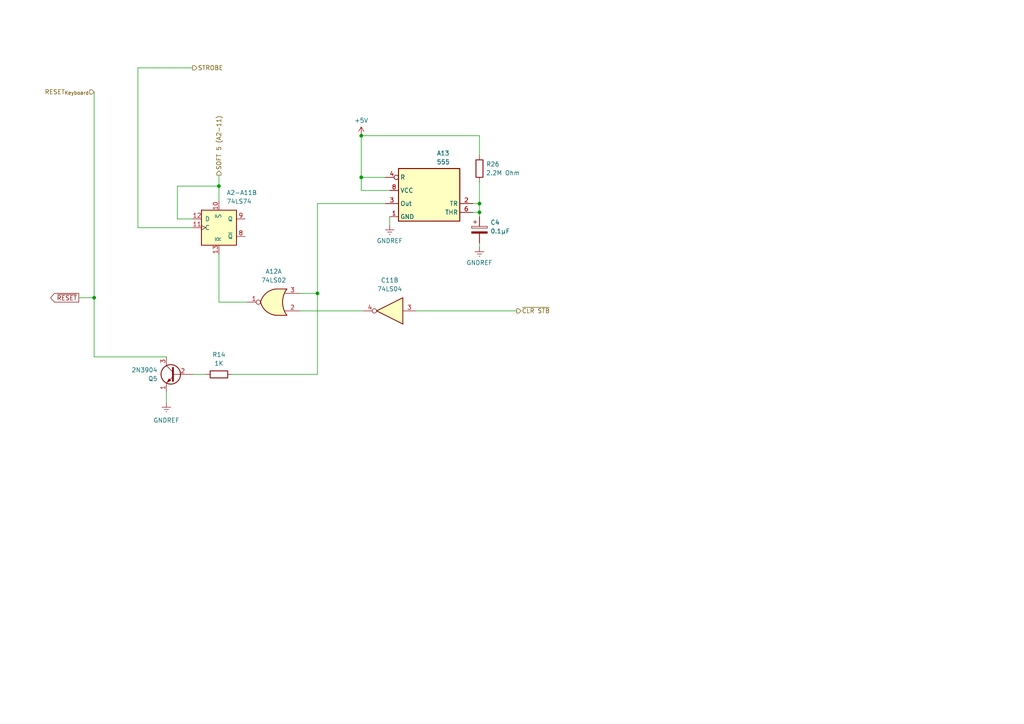
<source format=kicad_sch>
(kicad_sch (version 20230121) (generator eeschema)
  (paper "A4")
  (title_block (title "Reset Circuit"))
  (lib_symbols
    (symbol "74xx:74LS02" (pin_names (offset 1.016))
      (property "Reference" "U" (at 0 1.27 0))
      (property "Value" "74LS02" (at 0 -1.27 0))
      (symbol "74LS02_1_1"
        (arc (start -3.81 -3.81) (mid -2.589 0) (end -3.81 3.81) (stroke (width 0.254)))
        (arc (start -0.6096 -3.81) (mid 2.1842 -2.5851) (end 3.81 0) (stroke (width 0.254)) (fill (type background)))
        (polyline (pts (xy -3.81 -3.81) (xy -0.635 -3.81)) (stroke (width 0.254)) (fill (type background)))
        (polyline (pts (xy -3.81 3.81) (xy -0.635 3.81)) (stroke (width 0.254)) (fill (type background)))
        (polyline (pts (xy -0.635 3.81) (xy -3.81 3.81) (xy -3.81 3.81) (xy -3.556 3.4036) (xy -3.0226 2.2606) (xy -2.6924 1.0414) (xy -2.6162 -0.254) (xy -2.7686 -1.4986) (xy -3.175 -2.7178) (xy -3.81 -3.81) (xy -3.81 -3.81) (xy -0.635 -3.81)) (stroke (width -25.4)) (fill (type background)))
        (arc (start 3.81 0) (mid 2.1915 2.5936) (end -0.6096 3.81) (stroke (width 0.254)) (fill (type background)))
        (pin output inverted (at 7.62 0 180) (length 3.81) (name "~") (number "1"))
        (pin input line (at -7.62 2.54 0) (length 4.318) (name "~") (number "2"))
        (pin input line (at -7.62 -2.54 0) (length 4.318) (name "~") (number "3"))
      )
      (symbol "74LS02_1_2"
        (arc (start 0 -3.81) (mid 3.7934 0) (end 0 3.81) (stroke (width 0.254)) (fill (type background)))
        (polyline (pts (xy 0 3.81) (xy -3.81 3.81) (xy -3.81 -3.81) (xy 0 -3.81)) (stroke (width 0.254)) (fill (type background)))
        (pin output line (at 7.62 0 180) (length 3.81) (name "~") (number "1"))
        (pin input inverted (at -7.62 2.54 0) (length 3.81) (name "~") (number "2"))
        (pin input inverted (at -7.62 -2.54 0) (length 3.81) (name "~") (number "3"))
      )
      (symbol "74LS02_2_1"
        (arc (start -3.81 -3.81) (mid -2.589 0) (end -3.81 3.81) (stroke (width 0.254)))
        (arc (start -0.6096 -3.81) (mid 2.1842 -2.5851) (end 3.81 0) (stroke (width 0.254)) (fill (type background)))
        (polyline (pts (xy -3.81 -3.81) (xy -0.635 -3.81)) (stroke (width 0.254)) (fill (type background)))
        (polyline (pts (xy -3.81 3.81) (xy -0.635 3.81)) (stroke (width 0.254)) (fill (type background)))
        (polyline (pts (xy -0.635 3.81) (xy -3.81 3.81) (xy -3.81 3.81) (xy -3.556 3.4036) (xy -3.0226 2.2606) (xy -2.6924 1.0414) (xy -2.6162 -0.254) (xy -2.7686 -1.4986) (xy -3.175 -2.7178) (xy -3.81 -3.81) (xy -3.81 -3.81) (xy -0.635 -3.81)) (stroke (width -25.4)) (fill (type background)))
        (arc (start 3.81 0) (mid 2.1915 2.5936) (end -0.6096 3.81) (stroke (width 0.254)) (fill (type background)))
        (pin output inverted (at 7.62 0 180) (length 3.81) (name "~") (number "4"))
        (pin input line (at -7.62 2.54 0) (length 4.318) (name "~") (number "5"))
        (pin input line (at -7.62 -2.54 0) (length 4.318) (name "~") (number "6"))
      )
      (symbol "74LS02_2_2"
        (arc (start 0 -3.81) (mid 3.7934 0) (end 0 3.81) (stroke (width 0.254)) (fill (type background)))
        (polyline (pts (xy 0 3.81) (xy -3.81 3.81) (xy -3.81 -3.81) (xy 0 -3.81)) (stroke (width 0.254)) (fill (type background)))
        (pin output line (at 7.62 0 180) (length 3.81) (name "~") (number "4"))
        (pin input inverted (at -7.62 2.54 0) (length 3.81) (name "~") (number "5"))
        (pin input inverted (at -7.62 -2.54 0) (length 3.81) (name "~") (number "6"))
      )
      (symbol "74LS02_3_1"
        (arc (start -3.81 -3.81) (mid -2.589 0) (end -3.81 3.81) (stroke (width 0.254)))
        (arc (start -0.6096 -3.81) (mid 2.1842 -2.5851) (end 3.81 0) (stroke (width 0.254)) (fill (type background)))
        (polyline (pts (xy -3.81 -3.81) (xy -0.635 -3.81)) (stroke (width 0.254)) (fill (type background)))
        (polyline (pts (xy -3.81 3.81) (xy -0.635 3.81)) (stroke (width 0.254)) (fill (type background)))
        (polyline (pts (xy -0.635 3.81) (xy -3.81 3.81) (xy -3.81 3.81) (xy -3.556 3.4036) (xy -3.0226 2.2606) (xy -2.6924 1.0414) (xy -2.6162 -0.254) (xy -2.7686 -1.4986) (xy -3.175 -2.7178) (xy -3.81 -3.81) (xy -3.81 -3.81) (xy -0.635 -3.81)) (stroke (width -25.4)) (fill (type background)))
        (arc (start 3.81 0) (mid 2.1915 2.5936) (end -0.6096 3.81) (stroke (width 0.254)) (fill (type background)))
        (pin output inverted (at 7.62 0 180) (length 3.81) (name "~") (number "10"))
        (pin input line (at -7.62 2.54 0) (length 4.318) (name "~") (number "8"))
        (pin input line (at -7.62 -2.54 0) (length 4.318) (name "~") (number "9"))
      )
      (symbol "74LS02_3_2"
        (arc (start 0 -3.81) (mid 3.7934 0) (end 0 3.81) (stroke (width 0.254)) (fill (type background)))
        (polyline (pts (xy 0 3.81) (xy -3.81 3.81) (xy -3.81 -3.81) (xy 0 -3.81)) (stroke (width 0.254)) (fill (type background)))
        (pin output line (at 7.62 0 180) (length 3.81) (name "~") (number "10"))
        (pin input inverted (at -7.62 2.54 0) (length 3.81) (name "~") (number "8"))
        (pin input inverted (at -7.62 -2.54 0) (length 3.81) (name "~") (number "9"))
      )
      (symbol "74LS02_4_1"
        (arc (start -3.81 -3.81) (mid -2.589 0) (end -3.81 3.81) (stroke (width 0.254)))
        (arc (start -0.6096 -3.81) (mid 2.1842 -2.5851) (end 3.81 0) (stroke (width 0.254)) (fill (type background)))
        (polyline (pts (xy -3.81 -3.81) (xy -0.635 -3.81)) (stroke (width 0.254)) (fill (type background)))
        (polyline (pts (xy -3.81 3.81) (xy -0.635 3.81)) (stroke (width 0.254)) (fill (type background)))
        (polyline (pts (xy -0.635 3.81) (xy -3.81 3.81) (xy -3.81 3.81) (xy -3.556 3.4036) (xy -3.0226 2.2606) (xy -2.6924 1.0414) (xy -2.6162 -0.254) (xy -2.7686 -1.4986) (xy -3.175 -2.7178) (xy -3.81 -3.81) (xy -3.81 -3.81) (xy -0.635 -3.81)) (stroke (width -25.4)) (fill (type background)))
        (arc (start 3.81 0) (mid 2.1915 2.5936) (end -0.6096 3.81) (stroke (width 0.254)) (fill (type background)))
        (pin input line (at -7.62 2.54 0) (length 4.318) (name "~") (number "11"))
        (pin input line (at -7.62 -2.54 0) (length 4.318) (name "~") (number "12"))
        (pin output inverted (at 7.62 0 180) (length 3.81) (name "~") (number "13"))
      )
      (symbol "74LS02_4_2"
        (arc (start 0 -3.81) (mid 3.7934 0) (end 0 3.81) (stroke (width 0.254)) (fill (type background)))
        (polyline (pts (xy 0 3.81) (xy -3.81 3.81) (xy -3.81 -3.81) (xy 0 -3.81)) (stroke (width 0.254)) (fill (type background)))
        (pin input inverted (at -7.62 2.54 0) (length 3.81) (name "~") (number "11"))
        (pin input inverted (at -7.62 -2.54 0) (length 3.81) (name "~") (number "12"))
        (pin output line (at 7.62 0 180) (length 3.81) (name "~") (number "13"))
      )
      (symbol "74LS02_5_0"
        (pin power_in line (at 0 12.7 270) (length 5.08) (name "VCC") (number "14"))
        (pin power_in line (at 0 -12.7 90) (length 5.08) (name "GND") (number "7"))
      )
      (symbol "74LS02_5_1"
        (rectangle (start -5.08 7.62) (end 5.08 -7.62) (stroke (width 0.254)) (fill (type background)))
      )
    )
    (symbol "74xx:74LS04"
      (property "Reference" "U" (at 0 1.27 0))
      (property "Value" "74LS04" (at 0 -1.27 0))
      (symbol "74LS04_1_0"
        (polyline (pts (xy -3.81 3.81) (xy -3.81 -3.81) (xy 3.81 0) (xy -3.81 3.81)) (stroke (width 0.254)) (fill (type background)))
        (pin input line (at -7.62 0 0) (length 3.81) (name "~") (number "1"))
        (pin output inverted (at 7.62 0 180) (length 3.81) (name "~") (number "2"))
      )
      (symbol "74LS04_2_0"
        (polyline (pts (xy -3.81 3.81) (xy -3.81 -3.81) (xy 3.81 0) (xy -3.81 3.81)) (stroke (width 0.254)) (fill (type background)))
        (pin input line (at -7.62 0 0) (length 3.81) (name "~") (number "3"))
        (pin output inverted (at 7.62 0 180) (length 3.81) (name "~") (number "4"))
      )
      (symbol "74LS04_3_0"
        (polyline (pts (xy -3.81 3.81) (xy -3.81 -3.81) (xy 3.81 0) (xy -3.81 3.81)) (stroke (width 0.254)) (fill (type background)))
        (pin input line (at -7.62 0 0) (length 3.81) (name "~") (number "5"))
        (pin output inverted (at 7.62 0 180) (length 3.81) (name "~") (number "6"))
      )
      (symbol "74LS04_4_0"
        (polyline (pts (xy -3.81 3.81) (xy -3.81 -3.81) (xy 3.81 0) (xy -3.81 3.81)) (stroke (width 0.254)) (fill (type background)))
        (pin output inverted (at 7.62 0 180) (length 3.81) (name "~") (number "8"))
        (pin input line (at -7.62 0 0) (length 3.81) (name "~") (number "9"))
      )
      (symbol "74LS04_5_0"
        (polyline (pts (xy -3.81 3.81) (xy -3.81 -3.81) (xy 3.81 0) (xy -3.81 3.81)) (stroke (width 0.254)) (fill (type background)))
        (pin output inverted (at 7.62 0 180) (length 3.81) (name "~") (number "10"))
        (pin input line (at -7.62 0 0) (length 3.81) (name "~") (number "11"))
      )
      (symbol "74LS04_6_0"
        (polyline (pts (xy -3.81 3.81) (xy -3.81 -3.81) (xy 3.81 0) (xy -3.81 3.81)) (stroke (width 0.254)) (fill (type background)))
        (pin output inverted (at 7.62 0 180) (length 3.81) (name "~") (number "12"))
        (pin input line (at -7.62 0 0) (length 3.81) (name "~") (number "13"))
      )
      (symbol "74LS04_7_0"
        (pin power_in line (at 0 12.7 270) (length 5.08) (name "VCC") (number "14"))
        (pin power_in line (at 0 -12.7 90) (length 5.08) (name "GND") (number "7"))
      )
      (symbol "74LS04_7_1"
        (rectangle (start -5.08 7.62) (end 5.08 -7.62) (stroke (width 0.254)) (fill (type background)))
      )
    )
    (symbol "74xx:74LS74" (pin_names (offset 1.016))
      (property "Reference" "U" (at -7.62 8.89 0))
      (property "Value" "74LS74" (at -7.62 -8.89 0))
      (symbol "74LS74_1_0"
        (pin input line (at 0 -7.62 90) (length 2.54) (name "~{R}") (number "1"))
        (pin input line (at -7.62 2.54 0) (length 2.54) (name "D") (number "2"))
        (pin input clock (at -7.62 0 0) (length 2.54) (name "C") (number "3"))
        (pin input line (at 0 7.62 270) (length 2.54) (name "~{S}") (number "4"))
        (pin output line (at 7.62 2.54 180) (length 2.54) (name "Q") (number "5"))
        (pin output line (at 7.62 -2.54 180) (length 2.54) (name "~{Q}") (number "6"))
      )
      (symbol "74LS74_1_1"
        (rectangle (start -5.08 5.08) (end 5.08 -5.08) (stroke (width 0.254)) (fill (type background)))
      )
      (symbol "74LS74_2_0"
        (pin input line (at 0 7.62 270) (length 2.54) (name "~{S}") (number "10"))
        (pin input clock (at -7.62 0 0) (length 2.54) (name "C") (number "11"))
        (pin input line (at -7.62 2.54 0) (length 2.54) (name "D") (number "12"))
        (pin input line (at 0 -7.62 90) (length 2.54) (name "~{R}") (number "13"))
        (pin output line (at 7.62 -2.54 180) (length 2.54) (name "~{Q}") (number "8"))
        (pin output line (at 7.62 2.54 180) (length 2.54) (name "Q") (number "9"))
      )
      (symbol "74LS74_2_1"
        (rectangle (start -5.08 5.08) (end 5.08 -5.08) (stroke (width 0.254)) (fill (type background)))
      )
      (symbol "74LS74_3_0"
        (pin power_in line (at 0 10.16 270) (length 2.54) (name "VCC") (number "14"))
        (pin power_in line (at 0 -10.16 90) (length 2.54) (name "GND") (number "7"))
      )
      (symbol "74LS74_3_1"
        (rectangle (start -5.08 7.62) (end 5.08 -7.62) (stroke (width 0.254)) (fill (type background)))
      )
    )
    (symbol "Device:C_Polarized" (pin_numbers hide) (pin_names (offset 0.254))
      (property "Reference" "C" (at 0.635 2.54 0))
      (property "Value" "C_Polarized" (at 0.635 -2.54 0))
      (symbol "C_Polarized_0_1"
        (rectangle (start -2.286 0.508) (end 2.286 1.016))
        (polyline (pts (xy -1.778 2.286) (xy -0.762 2.286)))
        (polyline (pts (xy -1.27 2.794) (xy -1.27 1.778)))
        (rectangle (start 2.286 -0.508) (end -2.286 -1.016) (fill (type outline)))
      )
      (symbol "C_Polarized_1_1"
        (pin passive line (at 0 3.81 270) (length 2.794) (name "~") (number "1"))
        (pin passive line (at 0 -3.81 90) (length 2.794) (name "~") (number "2"))
      )
    )
    (symbol "Device:R" (pin_numbers hide) (pin_names (offset 0))
      (property "Reference" "R" (at 2.032 0 90))
      (property "Value" "R" (at 0 0 90))
      (symbol "R_0_1"
        (rectangle (start -1.016 -2.54) (end 1.016 2.54) (stroke (width 0.254)))
      )
      (symbol "R_1_1"
        (pin passive line (at 0 3.81 270) (length 1.27) (name "~") (number "1"))
        (pin passive line (at 0 -3.81 90) (length 1.27) (name "~") (number "2"))
      )
    )
    (symbol "Timer:ICM7555xB"
      (property "Reference" "A13" (at 2.1941 12.065 0))
      (property "Value" "555" (at 2.1941 9.525 0))
      (symbol "ICM7555xB_0_0"
        (pin power_in line (at -11.43 -6.35 0) (length 2.54) (name "GND") (number "1"))
        (pin power_in line (at -11.43 1.27 0) (length 2.54) (name "VCC") (number "8"))
      )
      (symbol "ICM7555xB_0_1"
        (rectangle (start -8.89 -7.62) (end 8.89 7.62) (stroke (width 0.254)) (fill (type background)))
        (rectangle (start -8.89 7.62) (end 8.89 -7.62) (stroke (width 0.254)) (fill (type background)))
      )
      (symbol "ICM7555xB_1_1"
        (pin input line (at 12.7 -2.54 180) (length 3.81) (name "TR") (number "2"))
        (pin output line (at -12.7 -2.54 0) (length 3.81) (name "Out") (number "3"))
        (pin input inverted (at -12.7 5.08 0) (length 3.81) (name "R") (number "4"))
        (pin input line (at 12.7 -5.08 180) (length 3.81) (name "THR") (number "6"))
      )
    )
    (symbol "Transistor_BJT:2N3904" (pin_names (offset 0) hide)
      (property "Reference" "Q" (at 5.08 1.905 0))
      (property "Value" "2N3904" (at 5.08 0 0))
      (symbol "2N3904_0_1"
        (polyline (pts (xy 0.635 0.635) (xy 2.54 2.54)))
        (polyline (pts (xy 0.635 -0.635) (xy 2.54 -2.54) (xy 2.54 -2.54)))
        (polyline (pts (xy 0.635 1.905) (xy 0.635 -1.905) (xy 0.635 -1.905)) (stroke (width 0.508)))
        (polyline (pts (xy 1.27 -1.778) (xy 1.778 -1.27) (xy 2.286 -2.286) (xy 1.27 -1.778) (xy 1.27 -1.778)) (fill (type outline)))
        (circle (center 1.27 0) (radius 2.8194) (stroke (width 0.254)))
      )
      (symbol "2N3904_1_1"
        (pin passive line (at 2.54 -5.08 90) (length 2.54) (name "E") (number "1"))
        (pin passive line (at -5.08 0 0) (length 5.715) (name "B") (number "2"))
        (pin passive line (at 2.54 5.08 270) (length 2.54) (name "C") (number "3"))
      )
    )
    (symbol "power:+5V" (power) (pin_names (offset 0))
      (property "Value" "+5V" (at 0 3.556 0))
      (symbol "+5V_0_1"
        (polyline (pts (xy -0.762 1.27) (xy 0 2.54)))
        (polyline (pts (xy 0 0) (xy 0 2.54)))
        (polyline (pts (xy 0 2.54) (xy 0.762 1.27)))
      )
      (symbol "+5V_1_1"
        (pin power_in line (at 0 0 90) (length 0) hide (name "+5V") (number "1"))
      )
    )
    (symbol "power:GNDREF" (power) (pin_names (offset 0))
      (property "Value" "GNDREF" (at 0 -3.81 0))
      (symbol "GNDREF_0_1"
        (polyline (pts (xy -0.635 -1.905) (xy 0.635 -1.905)))
        (polyline (pts (xy -0.127 -2.54) (xy 0.127 -2.54)))
        (polyline (pts (xy 0 -1.27) (xy 0 0)))
        (polyline (pts (xy 1.27 -1.27) (xy -1.27 -1.27)))
      )
      (symbol "GNDREF_1_1"
        (pin power_in line (at 0 0 270) (length 0) hide (name "GNDREF") (number "1"))
      )
    )
  )
  (junction (at 27.305 86.36))
  (junction (at 104.775 51.435))
  (junction (at 139.065 59.055))
  (junction (at 92.075 85.09))
  (junction (at 63.5 53.975))
  (junction (at 104.775 39.37))
  (junction (at 139.065 61.595))
  (wire (pts (xy 48.26 103.505) (xy 27.305 103.505)))
  (wire (pts (xy 92.075 85.09) (xy 92.075 108.585)))
  (wire (pts (xy 55.88 66.04) (xy 40.005 66.04)))
  (wire (pts (xy 92.075 108.585) (xy 67.31 108.585)))
  (wire (pts (xy 139.065 59.055) (xy 139.065 52.705)))
  (wire (pts (xy 104.775 51.435) (xy 111.76 51.435)))
  (wire (pts (xy 104.775 39.37) (xy 139.065 39.37)))
  (wire (pts (xy 51.435 53.975) (xy 51.435 63.5)))
  (wire (pts (xy 92.075 85.09) (xy 92.075 59.055)))
  (wire (pts (xy 63.5 58.42) (xy 63.5 53.975)))
  (wire (pts (xy 92.075 59.055) (xy 111.76 59.055)))
  (wire (pts (xy 71.755 87.63) (xy 63.5 87.63)))
  (wire (pts (xy 55.88 108.585) (xy 59.69 108.585)))
  (wire (pts (xy 27.305 26.67) (xy 27.305 86.36)))
  (wire (pts (xy 63.5 50.8) (xy 63.5 53.975)))
  (wire (pts (xy 120.65 90.17) (xy 149.86 90.17)))
  (wire (pts (xy 40.005 19.685) (xy 55.88 19.685)))
  (wire (pts (xy 48.26 113.665) (xy 48.26 116.84)))
  (wire (pts (xy 139.065 59.055) (xy 139.065 61.595)))
  (wire (pts (xy 113.03 55.245) (xy 104.775 55.245)))
  (wire (pts (xy 139.065 61.595) (xy 137.16 61.595)))
  (wire (pts (xy 104.775 39.37) (xy 104.775 51.435)))
  (wire (pts (xy 27.305 86.36) (xy 27.305 103.505)))
  (wire (pts (xy 86.995 85.09) (xy 92.075 85.09)))
  (wire (pts (xy 22.86 86.36) (xy 27.305 86.36)))
  (wire (pts (xy 40.005 66.04) (xy 40.005 19.685)))
  (wire (pts (xy 86.995 90.17) (xy 105.41 90.17)))
  (wire (pts (xy 51.435 63.5) (xy 55.88 63.5)))
  (wire (pts (xy 104.775 55.245) (xy 104.775 51.435)))
  (wire (pts (xy 139.065 61.595) (xy 139.065 62.865)))
  (wire (pts (xy 113.03 62.865) (xy 113.03 65.405)))
  (wire (pts (xy 137.16 59.055) (xy 139.065 59.055)))
  (wire (pts (xy 139.065 70.485) (xy 139.065 71.755)))
  (wire (pts (xy 139.065 39.37) (xy 139.065 45.085)))
  (wire (pts (xy 63.5 87.63) (xy 63.5 73.66)))
  (wire (pts (xy 63.5 53.975) (xy 51.435 53.975)))
  (global_label "~{RESET}" (shape output) (at 22.86 86.36 180) (property "Intersheetrefs" "${INTERSHEET_REFS}" (effects hide)))
  (hierarchical_label "RESET_{Keyboard}" (shape input) (at 27.305 26.67 180))
  (hierarchical_label "~{CLR STB}" (shape output) (at 149.86 90.17 0))
  (hierarchical_label "STROBE" (shape output) (at 55.88 19.685 0))
  (hierarchical_label "SOFT 5 (A2-11)" (shape output) (at 63.5 50.8 90))
  (symbol (lib_id "Device:R") (at 63.5 108.585 90) (unit 1)
    (property "Reference" "R14" (at 63.5 102.87 90))
    (property "Value" "1K" (at 63.5 105.41 90))
  )
  (symbol (lib_id "power:GNDREF") (at 113.03 65.405 0) (unit 1)
    (property "Reference" "#PWR?" (effects hide))
    (property "Value" "GNDREF" (at 113.03 69.85 0))
  )
  (symbol (lib_id "Timer:ICM7555xB") (at 124.46 56.515 0) (unit 1)
    (property "Reference" "A13" (at 126.6541 44.45 0) (effects (justify left)))
    (property "Value" "555" (at 126.6541 46.99 0) (effects (justify left)))
    (property "Footprint" "Package_SO:SOIC-8_3.9x4.9mm_P1.27mm" (effects hide))
    (property "Datasheet" "http://www.intersil.com/content/dam/Intersil/documents/icm7/icm7555-56.pdf" (effects hide))
  )
  (symbol (lib_id "power:GNDREF") (at 139.065 71.755 0) (unit 1)
    (property "Reference" "#PWR?" (effects hide))
    (property "Value" "GNDREF" (at 139.065 76.2 0))
  )
  (symbol (lib_id "Device:R") (at 139.065 48.895 0) (unit 1)
    (property "Reference" "R26" (at 140.97 47.625 0) (effects (justify left)))
    (property "Value" "2.2M Ohm" (at 140.97 50.165 0) (effects (justify left)))
  )
  (symbol (lib_id "Device:C_Polarized") (at 139.065 66.675 0) (unit 1)
    (property "Reference" "C4" (at 142.24 64.516 0) (effects (justify left)))
    (property "Value" "0.1µF" (at 142.24 67.056 0) (effects (justify left)))
  )
  (symbol (lib_id "74xx:74LS02") (at 79.375 87.63 180) (unit 1)
    (property "Reference" "A12" (at 79.375 78.74 0))
    (property "Value" "74LS02" (at 79.375 81.28 0))
    (property "Datasheet" "http://www.ti.com/lit/gpn/sn74ls02" (effects hide))
  )
  (symbol (lib_id "Transistor_BJT:2N3904") (at 50.8 108.585 0) (mirror y) (unit 1)
    (property "Reference" "Q5" (at 45.72 109.855 0) (effects (justify left)))
    (property "Value" "2N3904" (at 45.72 107.315 0) (effects (justify left)))
    (property "Footprint" "Package_TO_SOT_THT:TO-92_Inline" (effects hide))
    (property "Datasheet" "https://www.onsemi.com/pub/Collateral/2N3903-D.PDF" (effects hide))
  )
  (symbol (lib_id "power:GNDREF") (at 48.26 116.84 0) (unit 1)
    (property "Reference" "#PWR?" (effects hide))
    (property "Value" "GNDREF" (at 48.26 121.92 0))
  )
  (symbol (lib_id "74xx:74LS04") (at 113.03 90.17 180) (unit 2)
    (property "Reference" "C11" (at 113.03 81.28 0))
    (property "Value" "74LS04" (at 113.03 83.82 0))
    (property "Datasheet" "http://www.ti.com/lit/gpn/sn74LS04" (effects hide))
  )
  (symbol (lib_id "power:+5V") (at 104.775 39.37 0) (unit 1)
    (property "Reference" "#PWR?" (effects hide))
    (property "Value" "+5V" (at 104.775 34.925 0))
  )
  (symbol (lib_id "74xx:74LS74") (at 63.5 66.04 0) (unit 2)
    (property "Reference" "A2-A11" (at 65.6941 55.88 0) (effects (justify left)))
    (property "Value" "74LS74" (at 65.6941 58.42 0) (effects (justify left)))
    (property "Datasheet" "74xx/74hc_hct74.pdf" (effects hide))
  )
)
</source>
